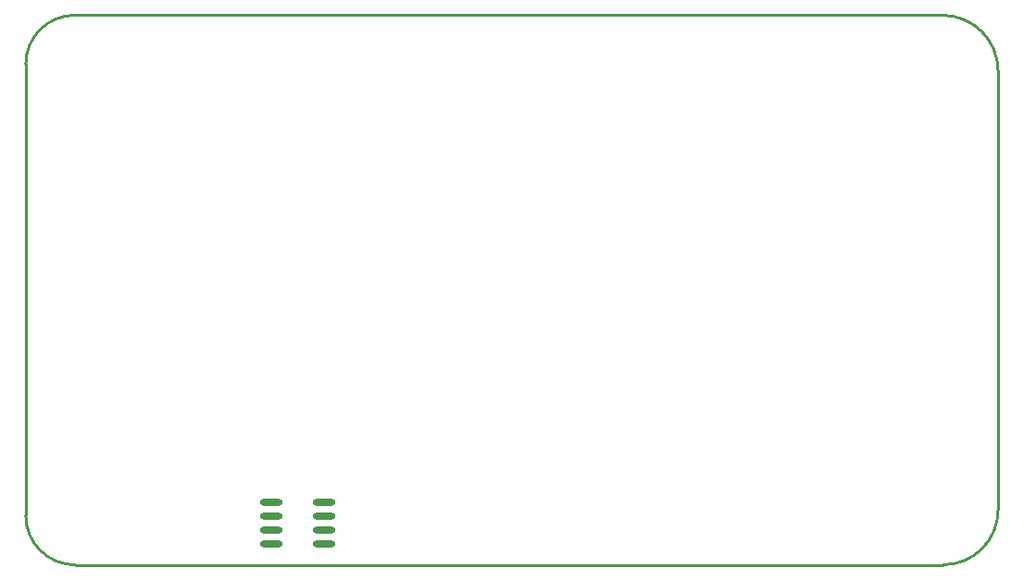
<source format=gtp>
G04*
G04 #@! TF.GenerationSoftware,Altium Limited,Altium Designer,20.0.13 (296)*
G04*
G04 Layer_Color=8421504*
%FSLAX25Y25*%
%MOIN*%
G70*
G01*
G75*
%ADD11C,0.01000*%
%ADD17O,0.08268X0.02362*%
D11*
X330325D02*
G03*
X350065Y19739I0J19739D01*
G01*
X350064Y177977D02*
G03*
X330009Y198033I-20056J0D01*
G01*
X17619Y198033D02*
G03*
X0Y180413I0J-17619D01*
G01*
Y17716D02*
G03*
X17717Y0I17716J-0D01*
G01*
X350065Y177977D02*
X350065Y19739D01*
X17620Y198033D02*
X330009Y198033D01*
X0Y17717D02*
Y180413D01*
X17717Y0D02*
X330325D01*
D17*
X107337Y7500D02*
D03*
Y12500D02*
D03*
Y17500D02*
D03*
Y22500D02*
D03*
X88242Y7500D02*
D03*
Y12500D02*
D03*
Y17500D02*
D03*
Y22500D02*
D03*
M02*

</source>
